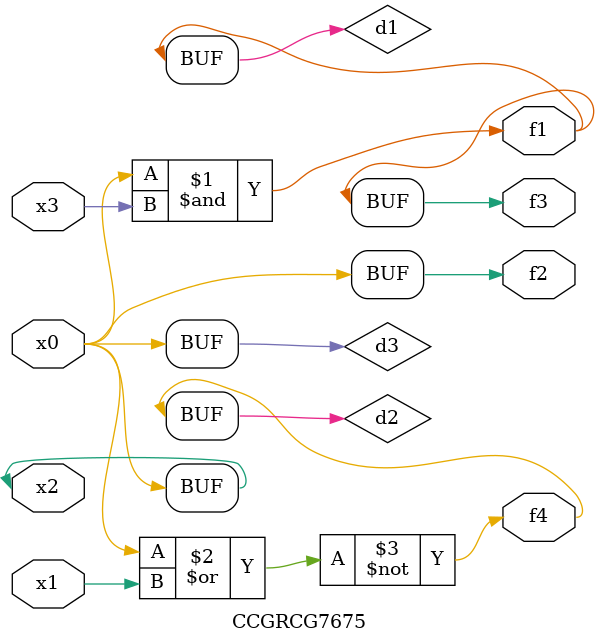
<source format=v>
module CCGRCG7675(
	input x0, x1, x2, x3,
	output f1, f2, f3, f4
);

	wire d1, d2, d3;

	and (d1, x2, x3);
	nor (d2, x0, x1);
	buf (d3, x0, x2);
	assign f1 = d1;
	assign f2 = d3;
	assign f3 = d1;
	assign f4 = d2;
endmodule

</source>
